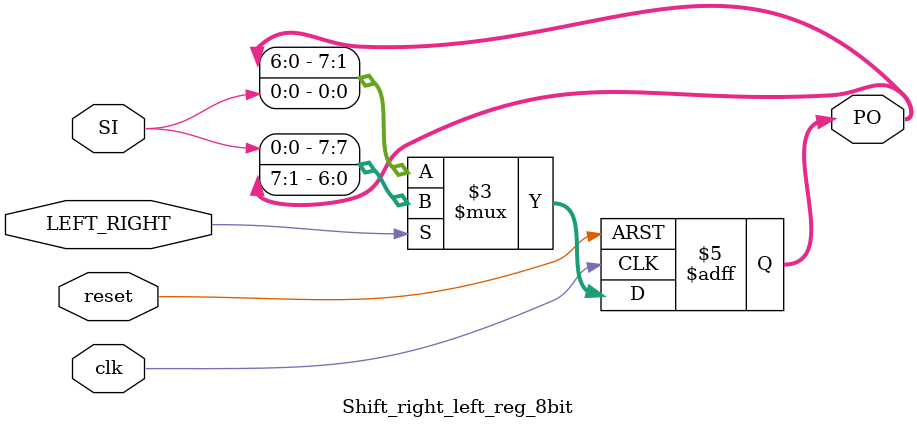
<source format=v>
module Shift_right_left_reg_8bit(SI,clk, reset, LEFT_RIGHT, PO);

input  SI, clk, reset, LEFT_RIGHT;
output reg [7:0] PO;

always @(posedge clk, posedge reset) begin
    
    if(reset)begin
        PO <= 0;
    end
    else begin

        if(LEFT_RIGHT)begin 
            //shift right
            PO <= {SI, PO[7:1]};
        end
        else begin
            //shift left
            PO <= {PO[6:0], SI};
        end
    end
end

endmodule
</source>
